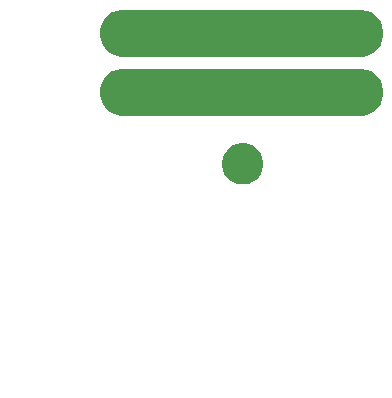
<source format=gbr>
%TF.GenerationSoftware,Altium Limited,Altium Designer,20.0.14 (345)*%
G04 Layer_Color=0*
%FSLAX45Y45*%
%MOMM*%
%TF.FileFunction,NonPlated,1,2,NPTH,Drill*%
%TF.Part,Single*%
G01*
G75*
G36*
X2991343Y3628074D02*
X991343D01*
X971644D01*
X933005Y3635760D01*
X896607Y3650836D01*
X863850Y3672724D01*
X835992Y3700582D01*
X814105Y3733339D01*
X799029Y3769736D01*
X791343Y3808376D01*
Y3847773D01*
X799029Y3886412D01*
X814105Y3922810D01*
X835992Y3955567D01*
X863850Y3983425D01*
X896607Y4005312D01*
X933005Y4020388D01*
X971644Y4028074D01*
X991343D01*
D01*
X2991343D01*
X3011041D01*
X3049681Y4020388D01*
X3086078Y4005312D01*
X3118836Y3983425D01*
X3146693Y3955567D01*
X3168581Y3922810D01*
X3183657Y3886412D01*
X3191343Y3847773D01*
Y3808376D01*
X3183657Y3769736D01*
X3168581Y3733339D01*
X3146693Y3700582D01*
X3118836Y3672724D01*
X3086078Y3650836D01*
X3049681Y3635760D01*
X3011041Y3628074D01*
X2991343D01*
D01*
D02*
G37*
G36*
X2000000Y3048770D02*
X1982764D01*
X1948954Y3055495D01*
X1917106Y3068687D01*
X1888444Y3087839D01*
X1864069Y3112214D01*
X1844917Y3140876D01*
X1831725Y3172724D01*
X1825000Y3206534D01*
Y3223770D01*
Y3241006D01*
X1831725Y3274815D01*
X1844917Y3306663D01*
X1864069Y3335326D01*
X1888444Y3359701D01*
X1917106Y3378853D01*
X1948954Y3392045D01*
X1982764Y3398770D01*
X2000000D01*
X2017236D01*
X2051045Y3392045D01*
X2082893Y3378853D01*
X2111556Y3359701D01*
X2135931Y3335326D01*
X2155083Y3306663D01*
X2168275Y3274815D01*
X2175000Y3241006D01*
Y3223770D01*
Y3206534D01*
X2168275Y3172724D01*
X2155083Y3140876D01*
X2135931Y3112214D01*
X2111556Y3087839D01*
X2082893Y3068687D01*
X2051045Y3055495D01*
X2017236Y3048770D01*
X2000000D01*
D01*
D02*
G37*
G36*
X2991343Y4127874D02*
X991343D01*
X971644D01*
X933005Y4135560D01*
X896607Y4150637D01*
X863850Y4172524D01*
X835992Y4200382D01*
X814105Y4233139D01*
X799029Y4269537D01*
X791343Y4308176D01*
Y4347573D01*
X799029Y4386212D01*
X814105Y4422610D01*
X835992Y4455367D01*
X863850Y4483225D01*
X896607Y4505112D01*
X933005Y4520189D01*
X971644Y4527875D01*
X991343D01*
D01*
X2991343D01*
X3011041D01*
X3049681Y4520189D01*
X3086078Y4505112D01*
X3118836Y4483225D01*
X3146693Y4455367D01*
X3168581Y4422610D01*
X3183657Y4386212D01*
X3191343Y4347573D01*
Y4308176D01*
X3183657Y4269537D01*
X3168581Y4233139D01*
X3146693Y4200382D01*
X3118836Y4172524D01*
X3086078Y4150637D01*
X3049681Y4135560D01*
X3011041Y4127874D01*
X2991343D01*
D01*
D02*
G37*
G36*
X25400Y1320800D02*
D01*
D02*
G37*
%TF.MD5,e349fa51fb9376aef61f9e588e910092*%
M02*

</source>
